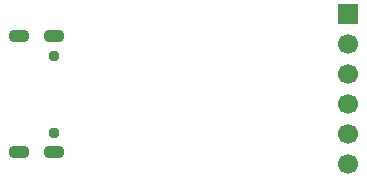
<source format=gbr>
%TF.GenerationSoftware,KiCad,Pcbnew,9.0.5*%
%TF.CreationDate,2025-12-13T22:10:16+05:30*%
%TF.ProjectId,Serial-Basic-CH340C-and-USBC,53657269-616c-42d4-9261-7369632d4348,V1.2*%
%TF.SameCoordinates,Original*%
%TF.FileFunction,Soldermask,Bot*%
%TF.FilePolarity,Negative*%
%FSLAX46Y46*%
G04 Gerber Fmt 4.6, Leading zero omitted, Abs format (unit mm)*
G04 Created by KiCad (PCBNEW 9.0.5) date 2025-12-13 22:10:16*
%MOMM*%
%LPD*%
G01*
G04 APERTURE LIST*
%ADD10C,0.950000*%
%ADD11O,1.800000X1.100000*%
%ADD12R,1.700000X1.700000*%
%ADD13C,1.700000*%
G04 APERTURE END LIST*
D10*
%TO.C,U3*%
X154030000Y-109405000D03*
X154070000Y-115905000D03*
D11*
X154030000Y-107760000D03*
X151130000Y-107760000D03*
X154030000Y-117550000D03*
X151130000Y-117550000D03*
%TD*%
D12*
%TO.C,J2*%
X178992000Y-105843000D03*
D13*
X178992000Y-108383000D03*
X178992000Y-110923000D03*
X178992000Y-113463000D03*
X178992000Y-116003000D03*
X178992000Y-118543000D03*
%TD*%
M02*

</source>
